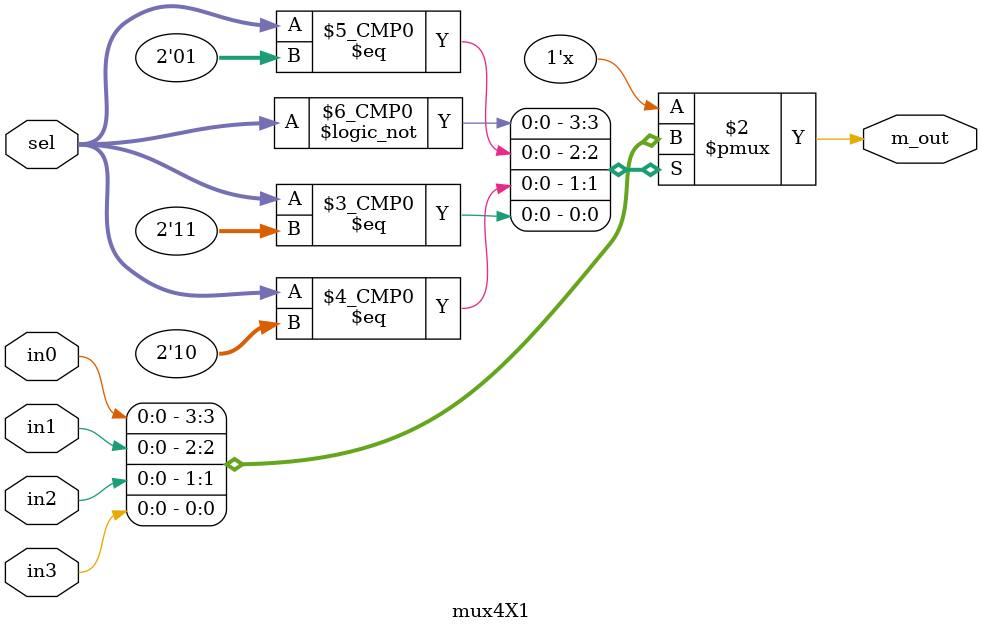
<source format=v>
`timescale 1ns / 1ps
module mux4X1(
output reg m_out,
input in0,in1,in2,in3,
input [0:1] sel);
always @(in0,in1,in2,in3,sel)
 case(sel)
  2'b00 : m_out=in0;
  2'b01 : m_out=in1;
  2'b10 : m_out=in2;
  2'b11 : m_out=in3;
  endcase
endmodule

</source>
